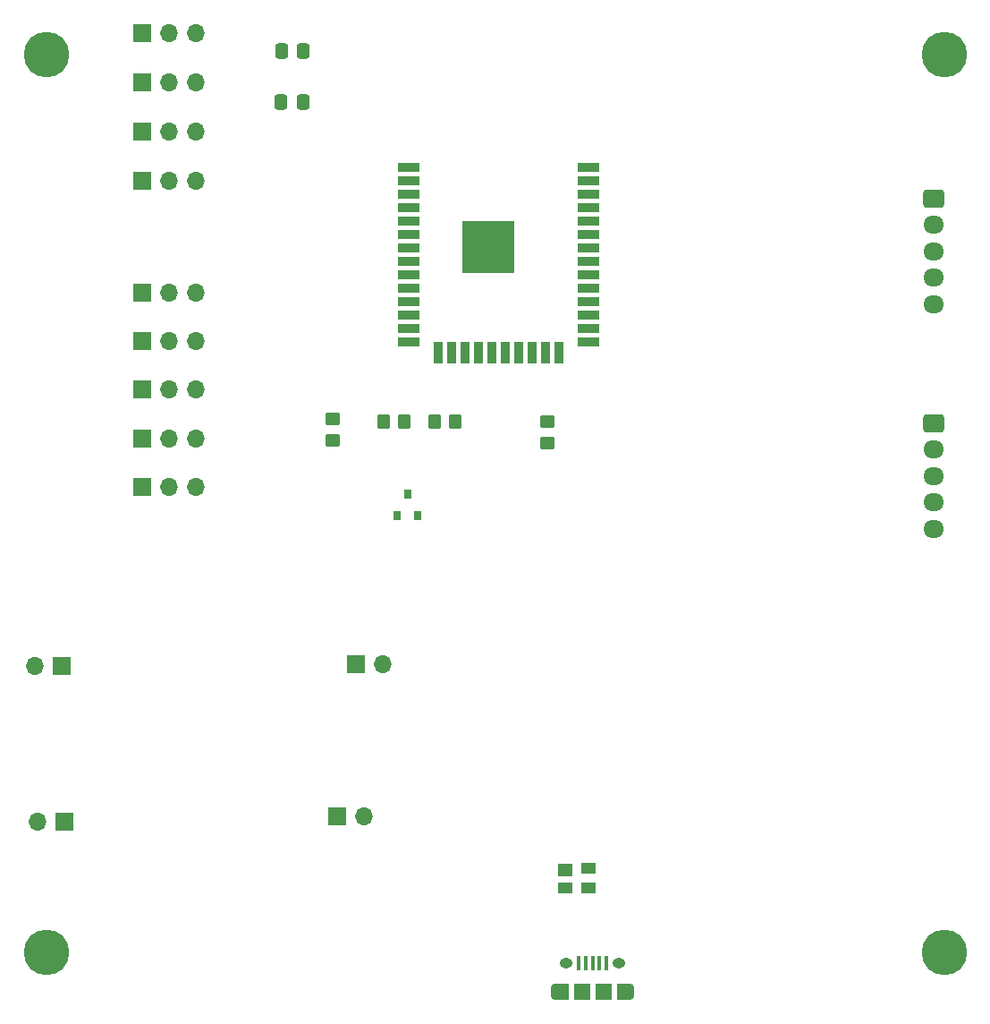
<source format=gbr>
%TF.GenerationSoftware,KiCad,Pcbnew,6.0.11+dfsg-1*%
%TF.CreationDate,2023-12-17T00:58:25-05:00*%
%TF.ProjectId,base_controller,62617365-5f63-46f6-9e74-726f6c6c6572,rev?*%
%TF.SameCoordinates,Original*%
%TF.FileFunction,Soldermask,Top*%
%TF.FilePolarity,Negative*%
%FSLAX46Y46*%
G04 Gerber Fmt 4.6, Leading zero omitted, Abs format (unit mm)*
G04 Created by KiCad (PCBNEW 6.0.11+dfsg-1) date 2023-12-17 00:58:25*
%MOMM*%
%LPD*%
G01*
G04 APERTURE LIST*
G04 Aperture macros list*
%AMRoundRect*
0 Rectangle with rounded corners*
0 $1 Rounding radius*
0 $2 $3 $4 $5 $6 $7 $8 $9 X,Y pos of 4 corners*
0 Add a 4 corners polygon primitive as box body*
4,1,4,$2,$3,$4,$5,$6,$7,$8,$9,$2,$3,0*
0 Add four circle primitives for the rounded corners*
1,1,$1+$1,$2,$3*
1,1,$1+$1,$4,$5*
1,1,$1+$1,$6,$7*
1,1,$1+$1,$8,$9*
0 Add four rect primitives between the rounded corners*
20,1,$1+$1,$2,$3,$4,$5,0*
20,1,$1+$1,$4,$5,$6,$7,0*
20,1,$1+$1,$6,$7,$8,$9,0*
20,1,$1+$1,$8,$9,$2,$3,0*%
G04 Aperture macros list end*
%ADD10R,1.700000X1.700000*%
%ADD11O,1.700000X1.700000*%
%ADD12RoundRect,0.250000X-0.725000X0.600000X-0.725000X-0.600000X0.725000X-0.600000X0.725000X0.600000X0*%
%ADD13O,1.950000X1.700000*%
%ADD14C,4.300000*%
%ADD15RoundRect,0.250000X0.337500X0.475000X-0.337500X0.475000X-0.337500X-0.475000X0.337500X-0.475000X0*%
%ADD16R,1.400000X1.200000*%
%ADD17R,1.400000X1.000000*%
%ADD18R,0.400000X1.350000*%
%ADD19R,1.500000X1.550000*%
%ADD20O,0.890000X1.550000*%
%ADD21R,1.200000X1.550000*%
%ADD22O,1.250000X0.950000*%
%ADD23R,0.800000X0.900000*%
%ADD24RoundRect,0.250000X-0.350000X-0.450000X0.350000X-0.450000X0.350000X0.450000X-0.350000X0.450000X0*%
%ADD25RoundRect,0.250000X0.350000X0.450000X-0.350000X0.450000X-0.350000X-0.450000X0.350000X-0.450000X0*%
%ADD26RoundRect,0.250000X-0.450000X0.350000X-0.450000X-0.350000X0.450000X-0.350000X0.450000X0.350000X0*%
%ADD27RoundRect,0.250000X0.450000X-0.350000X0.450000X0.350000X-0.450000X0.350000X-0.450000X-0.350000X0*%
%ADD28R,2.000000X0.900000*%
%ADD29R,0.900000X2.000000*%
%ADD30R,5.000000X5.000000*%
G04 APERTURE END LIST*
D10*
%TO.C,J4*%
X106680000Y-132588000D03*
D11*
X104140000Y-132588000D03*
%TD*%
D10*
%TO.C,J7*%
X134350000Y-117737500D03*
D11*
X136890000Y-117737500D03*
%TD*%
%TO.C,J6*%
X135090000Y-132080000D03*
D10*
X132550000Y-132080000D03*
%TD*%
%TO.C,J3*%
X106426000Y-117856000D03*
D11*
X103886000Y-117856000D03*
%TD*%
D12*
%TO.C,J1*%
X188976000Y-73660000D03*
D13*
X188976000Y-76160000D03*
X188976000Y-78660000D03*
X188976000Y-81160000D03*
X188976000Y-83660000D03*
%TD*%
D12*
%TO.C,J2*%
X188976000Y-94902000D03*
D13*
X188976000Y-97402000D03*
X188976000Y-99902000D03*
X188976000Y-102402000D03*
X188976000Y-104902000D03*
%TD*%
D14*
%TO.C,REF\u002A\u002A*%
X105000000Y-145000000D03*
%TD*%
D15*
%TO.C,C1*%
X129329000Y-59690000D03*
X127254000Y-59690000D03*
%TD*%
%TO.C,C2*%
X129307500Y-64516000D03*
X127232500Y-64516000D03*
%TD*%
D16*
%TO.C,D1*%
X154094000Y-137152000D03*
D17*
X154094000Y-138872000D03*
X156294000Y-138872000D03*
X156294000Y-136972000D03*
%TD*%
D18*
%TO.C,J5*%
X155434000Y-145952500D03*
X156084000Y-145952500D03*
X156734000Y-145952500D03*
X157384000Y-145952500D03*
X158034000Y-145952500D03*
D19*
X157734000Y-148652500D03*
D20*
X153234000Y-148652500D03*
D21*
X153834000Y-148652500D03*
D20*
X160234000Y-148652500D03*
D22*
X154234000Y-145952500D03*
D19*
X155734000Y-148652500D03*
D21*
X159634000Y-148652500D03*
D22*
X159234000Y-145952500D03*
%TD*%
D10*
%TO.C,JP1*%
X114106000Y-82550000D03*
D11*
X116646000Y-82550000D03*
X119186000Y-82550000D03*
%TD*%
D10*
%TO.C,JP2*%
X114106000Y-87144000D03*
D11*
X116646000Y-87144000D03*
X119186000Y-87144000D03*
%TD*%
D10*
%TO.C,JP3*%
X114106000Y-91738000D03*
D11*
X116646000Y-91738000D03*
X119186000Y-91738000D03*
%TD*%
D10*
%TO.C,JP4*%
X114106000Y-96332000D03*
D11*
X116646000Y-96332000D03*
X119186000Y-96332000D03*
%TD*%
D10*
%TO.C,JP5*%
X114106000Y-100926000D03*
D11*
X116646000Y-100926000D03*
X119186000Y-100926000D03*
%TD*%
D10*
%TO.C,JP6*%
X114106000Y-58020000D03*
D11*
X116646000Y-58020000D03*
X119186000Y-58020000D03*
%TD*%
D10*
%TO.C,JP7*%
X114106000Y-62670000D03*
D11*
X116646000Y-62670000D03*
X119186000Y-62670000D03*
%TD*%
D10*
%TO.C,JP8*%
X114106000Y-67320000D03*
D11*
X116646000Y-67320000D03*
X119186000Y-67320000D03*
%TD*%
D10*
%TO.C,JP9*%
X114106000Y-71970000D03*
D11*
X116646000Y-71970000D03*
X119186000Y-71970000D03*
%TD*%
D23*
%TO.C,Q1*%
X138242000Y-103616000D03*
X140142000Y-103616000D03*
X139192000Y-101616000D03*
%TD*%
D24*
%TO.C,R12*%
X136922000Y-94742000D03*
X138922000Y-94742000D03*
%TD*%
D25*
%TO.C,R13*%
X143748000Y-94742000D03*
X141748000Y-94742000D03*
%TD*%
D26*
%TO.C,R14*%
X132080000Y-94504000D03*
X132080000Y-96504000D03*
%TD*%
D27*
%TO.C,R15*%
X152400000Y-96758000D03*
X152400000Y-94758000D03*
%TD*%
D28*
%TO.C,U1*%
X139328000Y-70739000D03*
X139328000Y-72009000D03*
X139328000Y-73279000D03*
X139328000Y-74549000D03*
X139328000Y-75819000D03*
X139328000Y-77089000D03*
X139328000Y-78359000D03*
X139328000Y-79629000D03*
X139328000Y-80899000D03*
X139328000Y-82169000D03*
X139328000Y-83439000D03*
X139328000Y-84709000D03*
X139328000Y-85979000D03*
X139328000Y-87249000D03*
D29*
X142113000Y-88249000D03*
X143383000Y-88249000D03*
X144653000Y-88249000D03*
X145923000Y-88249000D03*
X147193000Y-88249000D03*
X148463000Y-88249000D03*
X149733000Y-88249000D03*
X151003000Y-88249000D03*
X152273000Y-88249000D03*
X153543000Y-88249000D03*
D28*
X156328000Y-87249000D03*
X156328000Y-85979000D03*
X156328000Y-84709000D03*
X156328000Y-83439000D03*
X156328000Y-82169000D03*
X156328000Y-80899000D03*
X156328000Y-79629000D03*
X156328000Y-78359000D03*
X156328000Y-77089000D03*
X156328000Y-75819000D03*
X156328000Y-74549000D03*
X156328000Y-73279000D03*
X156328000Y-72009000D03*
X156328000Y-70739000D03*
D30*
X146828000Y-78239000D03*
%TD*%
D14*
%TO.C,REF\u002A\u002A*%
X105000000Y-60000000D03*
%TD*%
%TO.C,REF\u002A\u002A*%
X190000000Y-60000000D03*
%TD*%
%TO.C,REF\u002A\u002A*%
X190000000Y-145000000D03*
%TD*%
M02*

</source>
